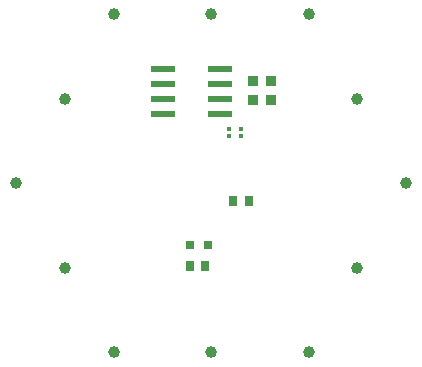
<source format=gtp>
G04*
G04 #@! TF.GenerationSoftware,Altium Limited,Altium Designer,25.8.1 (18)*
G04*
G04 Layer_Color=8421504*
%FSLAX44Y44*%
%MOMM*%
G71*
G04*
G04 #@! TF.SameCoordinates,72622D7D-59BA-477E-922F-BDBC8D2A5B01*
G04*
G04*
G04 #@! TF.FilePolarity,Positive*
G04*
G01*
G75*
%ADD18R,0.6400X0.8900*%
G04:AMPARAMS|DCode=19|XSize=2.03mm|YSize=0.58mm|CornerRadius=0.0435mm|HoleSize=0mm|Usage=FLASHONLY|Rotation=0.000|XOffset=0mm|YOffset=0mm|HoleType=Round|Shape=RoundedRectangle|*
%AMROUNDEDRECTD19*
21,1,2.0300,0.4930,0,0,0.0*
21,1,1.9430,0.5800,0,0,0.0*
1,1,0.0870,0.9715,-0.2465*
1,1,0.0870,-0.9715,-0.2465*
1,1,0.0870,-0.9715,0.2465*
1,1,0.0870,0.9715,0.2465*
%
%ADD19ROUNDEDRECTD19*%
G04:AMPARAMS|DCode=20|XSize=1mm|YSize=1mm|CornerRadius=0.5mm|HoleSize=0mm|Usage=FLASHONLY|Rotation=120.000|XOffset=0mm|YOffset=0mm|HoleType=Round|Shape=RoundedRectangle|*
%AMROUNDEDRECTD20*
21,1,1.0000,0.0000,0,0,120.0*
21,1,0.0000,1.0000,0,0,120.0*
1,1,1.0000,0.0000,0.0000*
1,1,1.0000,0.0000,0.0000*
1,1,1.0000,0.0000,0.0000*
1,1,1.0000,0.0000,0.0000*
%
%ADD20ROUNDEDRECTD20*%
G04:AMPARAMS|DCode=21|XSize=1mm|YSize=1mm|CornerRadius=0.5mm|HoleSize=0mm|Usage=FLASHONLY|Rotation=0.000|XOffset=0mm|YOffset=0mm|HoleType=Round|Shape=RoundedRectangle|*
%AMROUNDEDRECTD21*
21,1,1.0000,0.0000,0,0,0.0*
21,1,0.0000,1.0000,0,0,0.0*
1,1,1.0000,0.0000,0.0000*
1,1,1.0000,0.0000,0.0000*
1,1,1.0000,0.0000,0.0000*
1,1,1.0000,0.0000,0.0000*
%
%ADD21ROUNDEDRECTD21*%
G04:AMPARAMS|DCode=22|XSize=1mm|YSize=1mm|CornerRadius=0.5mm|HoleSize=0mm|Usage=FLASHONLY|Rotation=60.000|XOffset=0mm|YOffset=0mm|HoleType=Round|Shape=RoundedRectangle|*
%AMROUNDEDRECTD22*
21,1,1.0000,0.0000,0,0,60.0*
21,1,0.0000,1.0000,0,0,60.0*
1,1,1.0000,0.0000,0.0000*
1,1,1.0000,0.0000,0.0000*
1,1,1.0000,0.0000,0.0000*
1,1,1.0000,0.0000,0.0000*
%
%ADD22ROUNDEDRECTD22*%
%ADD23R,0.9300X0.8700*%
%ADD24R,0.8000X0.8000*%
%ADD25R,0.4000X0.3800*%
%ADD26R,0.8000X0.9500*%
D18*
X32400Y-15240D02*
D03*
X18400D02*
D03*
D19*
X7160Y58420D02*
D03*
Y71120D02*
D03*
X-40640Y58420D02*
D03*
Y71120D02*
D03*
X7160Y96520D02*
D03*
Y83820D02*
D03*
X-40640Y96520D02*
D03*
Y83820D02*
D03*
D20*
X-123901Y71401D02*
D03*
X123901Y-71601D02*
D03*
X82601Y-143101D02*
D03*
X-82601Y143101D02*
D03*
D21*
X123901Y71501D02*
D03*
X-123901Y-71501D02*
D03*
X165199Y0D02*
D03*
X-165199D02*
D03*
D22*
X0Y143101D02*
D03*
Y-142621D02*
D03*
X82601Y143101D02*
D03*
X-82601Y-143101D02*
D03*
D23*
X35560Y70760D02*
D03*
X50800D02*
D03*
X35560Y86360D02*
D03*
X50800D02*
D03*
D24*
X-2660Y-52070D02*
D03*
X-17660D02*
D03*
D25*
X15240Y40100D02*
D03*
X25400D02*
D03*
X15240Y45720D02*
D03*
X25400D02*
D03*
D26*
X-5180Y-69850D02*
D03*
X-17680D02*
D03*
M02*

</source>
